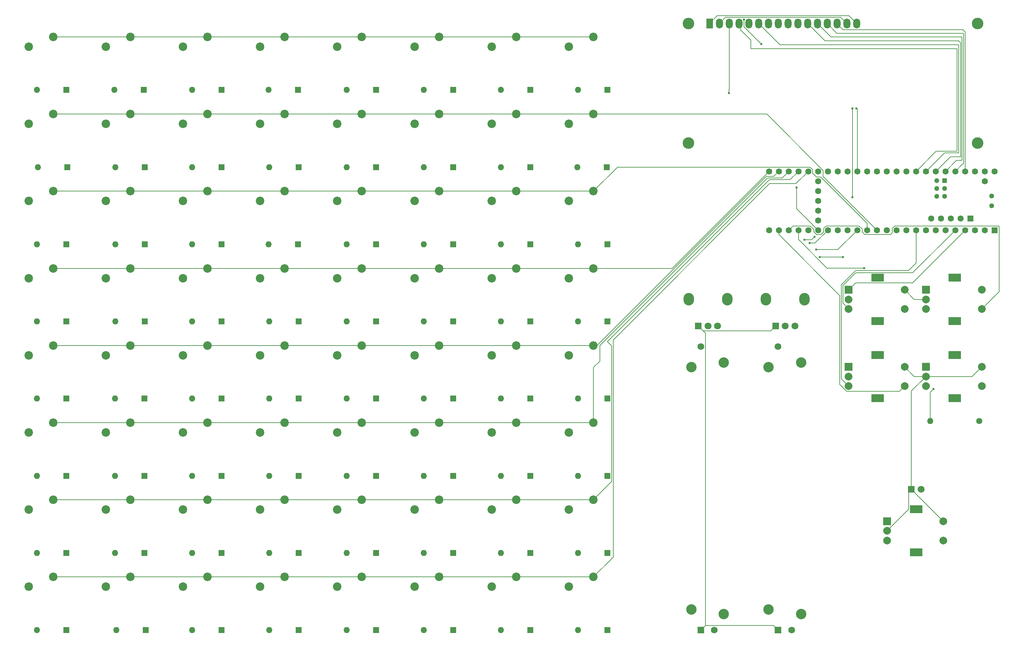
<source format=gbr>
%TF.GenerationSoftware,KiCad,Pcbnew,8.0.4*%
%TF.CreationDate,2024-12-04T19:54:40+09:00*%
%TF.ProjectId,gradmc,67726164-6d63-42e6-9b69-6361645f7063,rev?*%
%TF.SameCoordinates,Original*%
%TF.FileFunction,Copper,L1,Top*%
%TF.FilePolarity,Positive*%
%FSLAX46Y46*%
G04 Gerber Fmt 4.6, Leading zero omitted, Abs format (unit mm)*
G04 Created by KiCad (PCBNEW 8.0.4) date 2024-12-04 19:54:40*
%MOMM*%
%LPD*%
G01*
G04 APERTURE LIST*
%TA.AperFunction,ComponentPad*%
%ADD10C,2.200000*%
%TD*%
%TA.AperFunction,ComponentPad*%
%ADD11R,1.750000X1.750000*%
%TD*%
%TA.AperFunction,ComponentPad*%
%ADD12C,1.750000*%
%TD*%
%TA.AperFunction,ComponentPad*%
%ADD13C,2.700000*%
%TD*%
%TA.AperFunction,ComponentPad*%
%ADD14O,2.720000X3.240000*%
%TD*%
%TA.AperFunction,ComponentPad*%
%ADD15R,1.800000X1.800000*%
%TD*%
%TA.AperFunction,ComponentPad*%
%ADD16C,1.800000*%
%TD*%
%TA.AperFunction,ComponentPad*%
%ADD17R,2.000000X2.000000*%
%TD*%
%TA.AperFunction,ComponentPad*%
%ADD18C,2.000000*%
%TD*%
%TA.AperFunction,ComponentPad*%
%ADD19R,3.200000X2.000000*%
%TD*%
%TA.AperFunction,ComponentPad*%
%ADD20C,3.000000*%
%TD*%
%TA.AperFunction,ComponentPad*%
%ADD21R,1.800000X2.600000*%
%TD*%
%TA.AperFunction,ComponentPad*%
%ADD22O,1.800000X2.600000*%
%TD*%
%TA.AperFunction,ComponentPad*%
%ADD23R,1.600000X1.600000*%
%TD*%
%TA.AperFunction,ComponentPad*%
%ADD24O,1.600000X1.600000*%
%TD*%
%TA.AperFunction,ComponentPad*%
%ADD25C,1.600000*%
%TD*%
%TA.AperFunction,ComponentPad*%
%ADD26R,1.300000X1.300000*%
%TD*%
%TA.AperFunction,ComponentPad*%
%ADD27C,1.300000*%
%TD*%
%TA.AperFunction,ViaPad*%
%ADD28C,0.600000*%
%TD*%
%TA.AperFunction,Conductor*%
%ADD29C,0.200000*%
%TD*%
G04 APERTURE END LIST*
D10*
%TO.P,U11,1,1*%
%TO.N,/ROW2*%
X85350000Y-96960000D03*
%TO.P,U11,2,2*%
%TO.N,Net-(D11-A)*%
X79000000Y-99500000D03*
%TD*%
%TO.P,U57,1,1*%
%TO.N,/ROW0*%
X205350000Y-56960000D03*
%TO.P,U57,2,2*%
%TO.N,Net-(D57-A)*%
X199000000Y-59500000D03*
%TD*%
%TO.P,U58,1,1*%
%TO.N,/ROW1*%
X205350000Y-76960000D03*
%TO.P,U58,2,2*%
%TO.N,Net-(D58-A)*%
X199000000Y-79500000D03*
%TD*%
%TO.P,U62,1,1*%
%TO.N,/ROW5*%
X205350000Y-156960000D03*
%TO.P,U62,2,2*%
%TO.N,Net-(D62-A)*%
X199000000Y-159500000D03*
%TD*%
%TO.P,U50,1,1*%
%TO.N,/ROW1*%
X185350000Y-76960000D03*
%TO.P,U50,2,2*%
%TO.N,Net-(D50-A)*%
X179000000Y-79500000D03*
%TD*%
%TO.P,U25,1,1*%
%TO.N,/ROW0*%
X125350000Y-56960000D03*
%TO.P,U25,2,2*%
%TO.N,Net-(D25-A)*%
X119000000Y-59500000D03*
%TD*%
%TO.P,U18,1,1*%
%TO.N,/ROW1*%
X105350000Y-76960000D03*
%TO.P,U18,2,2*%
%TO.N,Net-(D18-A)*%
X99000000Y-79500000D03*
%TD*%
%TO.P,U23,1,1*%
%TO.N,/ROW6*%
X105350000Y-176960000D03*
%TO.P,U23,2,2*%
%TO.N,Net-(D23-A)*%
X99000000Y-179500000D03*
%TD*%
%TO.P,U53,1,1*%
%TO.N,/ROW4*%
X185350000Y-136960000D03*
%TO.P,U53,2,2*%
%TO.N,Net-(D53-A)*%
X179000000Y-139500000D03*
%TD*%
%TO.P,U63,1,1*%
%TO.N,/ROW6*%
X205350000Y-176960000D03*
%TO.P,U63,2,2*%
%TO.N,Net-(D63-A)*%
X199000000Y-179500000D03*
%TD*%
%TO.P,U55,1,1*%
%TO.N,/ROW6*%
X185350000Y-176960000D03*
%TO.P,U55,2,2*%
%TO.N,Net-(D55-A)*%
X179000000Y-179500000D03*
%TD*%
%TO.P,U19,1,1*%
%TO.N,/ROW2*%
X105350000Y-96960000D03*
%TO.P,U19,2,2*%
%TO.N,Net-(D19-A)*%
X99000000Y-99500000D03*
%TD*%
%TO.P,U48,1,1*%
%TO.N,/ROW7*%
X165350000Y-196960000D03*
%TO.P,U48,2,2*%
%TO.N,Net-(D48-A)*%
X159000000Y-199500000D03*
%TD*%
%TO.P,U9,1,1*%
%TO.N,/ROW0*%
X85350000Y-56960000D03*
%TO.P,U9,2,2*%
%TO.N,Net-(D9-A)*%
X79000000Y-59500000D03*
%TD*%
%TO.P,U64,1,1*%
%TO.N,/ROW7*%
X205350000Y-196960000D03*
%TO.P,U64,2,2*%
%TO.N,Net-(D64-A)*%
X199000000Y-199500000D03*
%TD*%
%TO.P,U31,1,1*%
%TO.N,/ROW6*%
X125350000Y-176960000D03*
%TO.P,U31,2,2*%
%TO.N,Net-(D31-A)*%
X119000000Y-179500000D03*
%TD*%
%TO.P,U28,1,1*%
%TO.N,/ROW3*%
X125350000Y-116960000D03*
%TO.P,U28,2,2*%
%TO.N,Net-(D28-A)*%
X119000000Y-119500000D03*
%TD*%
D11*
%TO.P,RV1,1,1*%
%TO.N,VCC*%
X233200000Y-210750000D03*
D12*
%TO.P,RV1,2,2*%
%TO.N,/RV1*%
X236700000Y-210750000D03*
%TO.P,RV1,3,3*%
%TO.N,GND*%
X233200000Y-137250000D03*
D13*
%TO.P,RV1,MP*%
%TO.N,N/C*%
X239150000Y-206600000D03*
X230750000Y-205400000D03*
X230750000Y-142600000D03*
X239150000Y-141400000D03*
%TD*%
D14*
%TO.P,RV4,*%
%TO.N,*%
X250040000Y-124925000D03*
X260040000Y-124925000D03*
D15*
%TO.P,RV4,1,1*%
%TO.N,VCC*%
X252540000Y-131925000D03*
D16*
%TO.P,RV4,2,2*%
%TO.N,/RV4*%
X255040000Y-131925000D03*
%TO.P,RV4,3,3*%
%TO.N,GND*%
X257540000Y-131925000D03*
%TD*%
D10*
%TO.P,U61,1,1*%
%TO.N,/ROW4*%
X205350000Y-136960000D03*
%TO.P,U61,2,2*%
%TO.N,Net-(D61-A)*%
X199000000Y-139500000D03*
%TD*%
%TO.P,U22,1,1*%
%TO.N,/ROW5*%
X105350000Y-156960000D03*
%TO.P,U22,2,2*%
%TO.N,Net-(D22-A)*%
X99000000Y-159500000D03*
%TD*%
D17*
%TO.P,SW5,A,A*%
%TO.N,/RE51*%
X291500000Y-142500000D03*
D18*
%TO.P,SW5,B,B*%
%TO.N,/RE52*%
X291500000Y-147500000D03*
%TO.P,SW5,C,C*%
%TO.N,GND*%
X291500000Y-145000000D03*
D19*
%TO.P,SW5,MP*%
%TO.N,N/C*%
X299000000Y-139400000D03*
X299000000Y-150600000D03*
D18*
%TO.P,SW5,S1,S1*%
%TO.N,/RESW5*%
X306000000Y-147500000D03*
%TO.P,SW5,S2,S2*%
%TO.N,GND*%
X306000000Y-142500000D03*
%TD*%
D10*
%TO.P,U15,1,1*%
%TO.N,/ROW6*%
X85350000Y-176960000D03*
%TO.P,U15,2,2*%
%TO.N,Net-(D15-A)*%
X79000000Y-179500000D03*
%TD*%
%TO.P,U16,1,1*%
%TO.N,/ROW7*%
X85350000Y-196960000D03*
%TO.P,U16,2,2*%
%TO.N,Net-(D16-A)*%
X79000000Y-199500000D03*
%TD*%
D11*
%TO.P,RV2,1,1*%
%TO.N,VCC*%
X253200000Y-210750000D03*
D12*
%TO.P,RV2,2,2*%
%TO.N,/RV2*%
X256700000Y-210750000D03*
%TO.P,RV2,3,3*%
%TO.N,GND*%
X253200000Y-137250000D03*
D13*
%TO.P,RV2,MP*%
%TO.N,N/C*%
X259150000Y-206600000D03*
X250750000Y-205400000D03*
X250750000Y-142600000D03*
X259150000Y-141400000D03*
%TD*%
D10*
%TO.P,U29,1,1*%
%TO.N,/ROW4*%
X125350000Y-136960000D03*
%TO.P,U29,2,2*%
%TO.N,Net-(D29-A)*%
X119000000Y-139500000D03*
%TD*%
D17*
%TO.P,SW2,A,A*%
%TO.N,/RE21*%
X271500000Y-122500000D03*
D18*
%TO.P,SW2,B,B*%
%TO.N,/RE22*%
X271500000Y-127500000D03*
%TO.P,SW2,C,C*%
%TO.N,GND*%
X271500000Y-125000000D03*
D19*
%TO.P,SW2,MP*%
%TO.N,N/C*%
X279000000Y-119400000D03*
X279000000Y-130600000D03*
D18*
%TO.P,SW2,S1,S1*%
%TO.N,/RESW2*%
X286000000Y-127500000D03*
%TO.P,SW2,S2,S2*%
%TO.N,GND*%
X286000000Y-122500000D03*
%TD*%
D10*
%TO.P,U52,1,1*%
%TO.N,/ROW3*%
X185350000Y-116960000D03*
%TO.P,U52,2,2*%
%TO.N,Net-(D52-A)*%
X179000000Y-119500000D03*
%TD*%
%TO.P,U10,1,1*%
%TO.N,/ROW1*%
X85350000Y-76960000D03*
%TO.P,U10,2,2*%
%TO.N,Net-(D10-A)*%
X79000000Y-79500000D03*
%TD*%
%TO.P,U44,1,1*%
%TO.N,/ROW3*%
X165350000Y-116960000D03*
%TO.P,U44,2,2*%
%TO.N,Net-(D44-A)*%
X159000000Y-119500000D03*
%TD*%
%TO.P,U30,1,1*%
%TO.N,/ROW5*%
X125350000Y-156960000D03*
%TO.P,U30,2,2*%
%TO.N,Net-(D30-A)*%
X119000000Y-159500000D03*
%TD*%
%TO.P,U7,1,1*%
%TO.N,/ROW6*%
X65350000Y-176960000D03*
%TO.P,U7,2,2*%
%TO.N,Net-(D7-A)*%
X59000000Y-179500000D03*
%TD*%
%TO.P,U6,1,1*%
%TO.N,/ROW5*%
X65350000Y-156960000D03*
%TO.P,U6,2,2*%
%TO.N,Net-(D6-A)*%
X59000000Y-159500000D03*
%TD*%
%TO.P,U54,1,1*%
%TO.N,/ROW5*%
X185350000Y-156960000D03*
%TO.P,U54,2,2*%
%TO.N,Net-(D54-A)*%
X179000000Y-159500000D03*
%TD*%
%TO.P,U13,1,1*%
%TO.N,/ROW4*%
X85350000Y-136960000D03*
%TO.P,U13,2,2*%
%TO.N,Net-(D13-A)*%
X79000000Y-139500000D03*
%TD*%
%TO.P,U59,1,1*%
%TO.N,/ROW2*%
X205350000Y-96960000D03*
%TO.P,U59,2,2*%
%TO.N,Net-(D59-A)*%
X199000000Y-99500000D03*
%TD*%
%TO.P,U34,1,1*%
%TO.N,/ROW1*%
X145350000Y-76960000D03*
%TO.P,U34,2,2*%
%TO.N,Net-(D34-A)*%
X139000000Y-79500000D03*
%TD*%
%TO.P,U14,1,1*%
%TO.N,/ROW5*%
X85350000Y-156960000D03*
%TO.P,U14,2,2*%
%TO.N,Net-(D14-A)*%
X79000000Y-159500000D03*
%TD*%
%TO.P,U3,1,1*%
%TO.N,/ROW2*%
X65350000Y-96960000D03*
%TO.P,U3,2,2*%
%TO.N,Net-(D3-A)*%
X59000000Y-99500000D03*
%TD*%
%TO.P,U47,1,1*%
%TO.N,/ROW6*%
X165350000Y-176960000D03*
%TO.P,U47,2,2*%
%TO.N,Net-(D47-A)*%
X159000000Y-179500000D03*
%TD*%
%TO.P,U43,1,1*%
%TO.N,/ROW2*%
X165350000Y-96960000D03*
%TO.P,U43,2,2*%
%TO.N,Net-(D43-A)*%
X159000000Y-99500000D03*
%TD*%
%TO.P,U5,1,1*%
%TO.N,/ROW4*%
X65350000Y-136960000D03*
%TO.P,U5,2,2*%
%TO.N,Net-(D5-A)*%
X59000000Y-139500000D03*
%TD*%
%TO.P,U27,1,1*%
%TO.N,/ROW2*%
X125350000Y-96960000D03*
%TO.P,U27,2,2*%
%TO.N,Net-(D27-A)*%
X119000000Y-99500000D03*
%TD*%
D17*
%TO.P,SW4,A,A*%
%TO.N,/RE41*%
X271500000Y-142500000D03*
D18*
%TO.P,SW4,B,B*%
%TO.N,/RE42*%
X271500000Y-147500000D03*
%TO.P,SW4,C,C*%
%TO.N,GND*%
X271500000Y-145000000D03*
D19*
%TO.P,SW4,MP*%
%TO.N,N/C*%
X279000000Y-139400000D03*
X279000000Y-150600000D03*
D18*
%TO.P,SW4,S1,S1*%
%TO.N,/RESW4*%
X286000000Y-147500000D03*
%TO.P,SW4,S2,S2*%
%TO.N,GND*%
X286000000Y-142500000D03*
%TD*%
D10*
%TO.P,U8,1,1*%
%TO.N,/ROW7*%
X65350000Y-196960000D03*
%TO.P,U8,2,2*%
%TO.N,Net-(D8-A)*%
X59000000Y-199500000D03*
%TD*%
D14*
%TO.P,RV3,*%
%TO.N,*%
X230050000Y-124925000D03*
X240050000Y-124925000D03*
D15*
%TO.P,RV3,1,1*%
%TO.N,VCC*%
X232550000Y-131925000D03*
D16*
%TO.P,RV3,2,2*%
%TO.N,/RV3*%
X235050000Y-131925000D03*
%TO.P,RV3,3,3*%
%TO.N,GND*%
X237550000Y-131925000D03*
%TD*%
D10*
%TO.P,U46,1,1*%
%TO.N,/ROW5*%
X165350000Y-156960000D03*
%TO.P,U46,2,2*%
%TO.N,Net-(D46-A)*%
X159000000Y-159500000D03*
%TD*%
%TO.P,U21,1,1*%
%TO.N,/ROW4*%
X105350000Y-136960000D03*
%TO.P,U21,2,2*%
%TO.N,Net-(D21-A)*%
X99000000Y-139500000D03*
%TD*%
%TO.P,U12,1,1*%
%TO.N,/ROW3*%
X85350000Y-116960000D03*
%TO.P,U12,2,2*%
%TO.N,Net-(D12-A)*%
X79000000Y-119500000D03*
%TD*%
%TO.P,U51,1,1*%
%TO.N,/ROW2*%
X185350000Y-96960000D03*
%TO.P,U51,2,2*%
%TO.N,Net-(D51-A)*%
X179000000Y-99500000D03*
%TD*%
%TO.P,U26,1,1*%
%TO.N,/ROW1*%
X125350000Y-76960000D03*
%TO.P,U26,2,2*%
%TO.N,Net-(D26-A)*%
X119000000Y-79500000D03*
%TD*%
%TO.P,U45,1,1*%
%TO.N,/ROW4*%
X165350000Y-136960000D03*
%TO.P,U45,2,2*%
%TO.N,Net-(D45-A)*%
X159000000Y-139500000D03*
%TD*%
%TO.P,U17,1,1*%
%TO.N,/ROW0*%
X105350000Y-56960000D03*
%TO.P,U17,2,2*%
%TO.N,Net-(D17-A)*%
X99000000Y-59500000D03*
%TD*%
%TO.P,U42,1,1*%
%TO.N,/ROW1*%
X165350000Y-76960000D03*
%TO.P,U42,2,2*%
%TO.N,Net-(D42-A)*%
X159000000Y-79500000D03*
%TD*%
%TO.P,U49,1,1*%
%TO.N,/ROW0*%
X185350000Y-56960000D03*
%TO.P,U49,2,2*%
%TO.N,Net-(D49-A)*%
X179000000Y-59500000D03*
%TD*%
%TO.P,U33,1,1*%
%TO.N,/ROW0*%
X145350000Y-56960000D03*
%TO.P,U33,2,2*%
%TO.N,Net-(D33-A)*%
X139000000Y-59500000D03*
%TD*%
%TO.P,U4,1,1*%
%TO.N,/ROW3*%
X65350000Y-116960000D03*
%TO.P,U4,2,2*%
%TO.N,Net-(D4-A)*%
X59000000Y-119500000D03*
%TD*%
D15*
%TO.P,D65,1,K*%
%TO.N,GND*%
X287725000Y-174250000D03*
D16*
%TO.P,D65,2,A*%
%TO.N,Net-(D65-A)*%
X290265000Y-174250000D03*
%TD*%
D10*
%TO.P,U39,1,1*%
%TO.N,/ROW6*%
X145350000Y-176960000D03*
%TO.P,U39,2,2*%
%TO.N,Net-(D39-A)*%
X139000000Y-179500000D03*
%TD*%
%TO.P,U1,1,1*%
%TO.N,/ROW0*%
X65350000Y-56960000D03*
%TO.P,U1,2,2*%
%TO.N,Net-(D1-A)*%
X59000000Y-59500000D03*
%TD*%
D17*
%TO.P,SW3,A,A*%
%TO.N,/RE31*%
X291500000Y-122500000D03*
D18*
%TO.P,SW3,B,B*%
%TO.N,/RE32*%
X291500000Y-127500000D03*
%TO.P,SW3,C,C*%
%TO.N,GND*%
X291500000Y-125000000D03*
D19*
%TO.P,SW3,MP*%
%TO.N,N/C*%
X299000000Y-119400000D03*
X299000000Y-130600000D03*
D18*
%TO.P,SW3,S1,S1*%
%TO.N,/RESW3*%
X306000000Y-127500000D03*
%TO.P,SW3,S2,S2*%
%TO.N,GND*%
X306000000Y-122500000D03*
%TD*%
D10*
%TO.P,U56,1,1*%
%TO.N,/ROW7*%
X185350000Y-196960000D03*
%TO.P,U56,2,2*%
%TO.N,Net-(D56-A)*%
X179000000Y-199500000D03*
%TD*%
%TO.P,U2,1,1*%
%TO.N,/ROW1*%
X65350000Y-76960000D03*
%TO.P,U2,2,2*%
%TO.N,Net-(D2-A)*%
X59000000Y-79500000D03*
%TD*%
D20*
%TO.P,DS1,*%
%TO.N,*%
X229940900Y-53500000D03*
X229940900Y-84500700D03*
X304939480Y-84500700D03*
X304940000Y-53500000D03*
D21*
%TO.P,DS1,1,VSS*%
%TO.N,GND*%
X235440000Y-53500000D03*
D22*
%TO.P,DS1,2,VDD*%
%TO.N,VCC*%
X237980000Y-53500000D03*
%TO.P,DS1,3,VO*%
%TO.N,/RV4*%
X240520000Y-53500000D03*
%TO.P,DS1,4,RS*%
%TO.N,/LCD4*%
X243060000Y-53500000D03*
%TO.P,DS1,5,R/W*%
%TO.N,GND*%
X245600000Y-53500000D03*
%TO.P,DS1,6,E*%
%TO.N,/LCD6*%
X248140000Y-53500000D03*
%TO.P,DS1,7,D0*%
%TO.N,unconnected-(DS1-D0-Pad7)*%
X250680000Y-53500000D03*
%TO.P,DS1,8,D1*%
%TO.N,unconnected-(DS1-D1-Pad8)*%
X253220000Y-53500000D03*
%TO.P,DS1,9,D2*%
%TO.N,unconnected-(DS1-D2-Pad9)*%
X255760000Y-53500000D03*
%TO.P,DS1,10,D3*%
%TO.N,unconnected-(DS1-D3-Pad10)*%
X258300000Y-53500000D03*
%TO.P,DS1,11,D4*%
%TO.N,/LCD11*%
X260840000Y-53500000D03*
%TO.P,DS1,12,D5*%
%TO.N,/LCD12*%
X263380000Y-53500000D03*
%TO.P,DS1,13,D6*%
%TO.N,/LCD13*%
X265920000Y-53500000D03*
%TO.P,DS1,14,D7*%
%TO.N,/LCD14*%
X268460000Y-53500000D03*
%TO.P,DS1,15,LED(+)*%
%TO.N,VCC*%
X271000000Y-53500000D03*
%TO.P,DS1,16,LED(-)*%
%TO.N,GND*%
X273540000Y-53500000D03*
%TD*%
D10*
%TO.P,U24,1,1*%
%TO.N,/ROW7*%
X105350000Y-196960000D03*
%TO.P,U24,2,2*%
%TO.N,Net-(D24-A)*%
X99000000Y-199500000D03*
%TD*%
%TO.P,U20,1,1*%
%TO.N,/ROW3*%
X105350000Y-116960000D03*
%TO.P,U20,2,2*%
%TO.N,Net-(D20-A)*%
X99000000Y-119500000D03*
%TD*%
%TO.P,U35,1,1*%
%TO.N,/ROW2*%
X145350000Y-96960000D03*
%TO.P,U35,2,2*%
%TO.N,Net-(D35-A)*%
X139000000Y-99500000D03*
%TD*%
%TO.P,U40,1,1*%
%TO.N,/ROW7*%
X145350000Y-196960000D03*
%TO.P,U40,2,2*%
%TO.N,Net-(D40-A)*%
X139000000Y-199500000D03*
%TD*%
%TO.P,U60,1,1*%
%TO.N,/ROW3*%
X205350000Y-116960000D03*
%TO.P,U60,2,2*%
%TO.N,Net-(D60-A)*%
X199000000Y-119500000D03*
%TD*%
%TO.P,U36,1,1*%
%TO.N,/ROW3*%
X145350000Y-116960000D03*
%TO.P,U36,2,2*%
%TO.N,Net-(D36-A)*%
X139000000Y-119500000D03*
%TD*%
%TO.P,U37,1,1*%
%TO.N,/ROW4*%
X145350000Y-136960000D03*
%TO.P,U37,2,2*%
%TO.N,Net-(D37-A)*%
X139000000Y-139500000D03*
%TD*%
%TO.P,U38,1,1*%
%TO.N,/ROW5*%
X145350000Y-156960000D03*
%TO.P,U38,2,2*%
%TO.N,Net-(D38-A)*%
X139000000Y-159500000D03*
%TD*%
%TO.P,U32,1,1*%
%TO.N,/ROW7*%
X125350000Y-196960000D03*
%TO.P,U32,2,2*%
%TO.N,Net-(D32-A)*%
X119000000Y-199500000D03*
%TD*%
D17*
%TO.P,SW1,A,A*%
%TO.N,/RE11*%
X281475000Y-182500000D03*
D18*
%TO.P,SW1,B,B*%
%TO.N,/RE12*%
X281475000Y-187500000D03*
%TO.P,SW1,C,C*%
%TO.N,GND*%
X281475000Y-185000000D03*
D19*
%TO.P,SW1,MP*%
%TO.N,N/C*%
X288975000Y-179400000D03*
X288975000Y-190600000D03*
D18*
%TO.P,SW1,S1,S1*%
%TO.N,/RESW1*%
X295975000Y-187500000D03*
%TO.P,SW1,S2,S2*%
%TO.N,GND*%
X295975000Y-182500000D03*
%TD*%
D10*
%TO.P,U41,1,1*%
%TO.N,/ROW0*%
X165350000Y-56960000D03*
%TO.P,U41,2,2*%
%TO.N,Net-(D41-A)*%
X159000000Y-59500000D03*
%TD*%
D23*
%TO.P,D62,1,K*%
%TO.N,/COL7*%
X209000000Y-170720000D03*
D24*
%TO.P,D62,2,A*%
%TO.N,Net-(D62-A)*%
X201380000Y-170720000D03*
%TD*%
D23*
%TO.P,D60,1,K*%
%TO.N,/COL7*%
X209000000Y-130720000D03*
D24*
%TO.P,D60,2,A*%
%TO.N,Net-(D60-A)*%
X201380000Y-130720000D03*
%TD*%
D23*
%TO.P,D35,1,K*%
%TO.N,/COL4*%
X149000000Y-110720000D03*
D24*
%TO.P,D35,2,A*%
%TO.N,Net-(D35-A)*%
X141380000Y-110720000D03*
%TD*%
D23*
%TO.P,D11,1,K*%
%TO.N,/COL1*%
X89120000Y-110720000D03*
D24*
%TO.P,D11,2,A*%
%TO.N,Net-(D11-A)*%
X81500000Y-110720000D03*
%TD*%
D23*
%TO.P,D26,1,K*%
%TO.N,/COL3*%
X129000000Y-90720000D03*
D24*
%TO.P,D26,2,A*%
%TO.N,Net-(D26-A)*%
X121380000Y-90720000D03*
%TD*%
D23*
%TO.P,D33,1,K*%
%TO.N,/COL4*%
X149000000Y-70720000D03*
D24*
%TO.P,D33,2,A*%
%TO.N,Net-(D33-A)*%
X141380000Y-70720000D03*
%TD*%
D23*
%TO.P,D23,1,K*%
%TO.N,/COL2*%
X109000000Y-190720000D03*
D24*
%TO.P,D23,2,A*%
%TO.N,Net-(D23-A)*%
X101380000Y-190720000D03*
%TD*%
D25*
%TO.P,R1,1*%
%TO.N,Net-(D65-A)*%
X305350000Y-156500000D03*
D24*
%TO.P,R1,2*%
%TO.N,/LED*%
X292650000Y-156500000D03*
%TD*%
D23*
%TO.P,D6,1,K*%
%TO.N,/COL0*%
X68810000Y-170720000D03*
D24*
%TO.P,D6,2,A*%
%TO.N,Net-(D6-A)*%
X61190000Y-170720000D03*
%TD*%
D23*
%TO.P,D50,1,K*%
%TO.N,/COL6*%
X189000000Y-90720000D03*
D24*
%TO.P,D50,2,A*%
%TO.N,Net-(D50-A)*%
X181380000Y-90720000D03*
%TD*%
D23*
%TO.P,D27,1,K*%
%TO.N,/COL3*%
X128810000Y-110720000D03*
D24*
%TO.P,D27,2,A*%
%TO.N,Net-(D27-A)*%
X121190000Y-110720000D03*
%TD*%
D23*
%TO.P,D47,1,K*%
%TO.N,/COL5*%
X169000000Y-190720000D03*
D24*
%TO.P,D47,2,A*%
%TO.N,Net-(D47-A)*%
X161380000Y-190720000D03*
%TD*%
D23*
%TO.P,D24,1,K*%
%TO.N,/COL2*%
X109000000Y-210720000D03*
D24*
%TO.P,D24,2,A*%
%TO.N,Net-(D24-A)*%
X101380000Y-210720000D03*
%TD*%
D23*
%TO.P,U65,1,GND*%
%TO.N,GND*%
X309299200Y-107050800D03*
D25*
%TO.P,U65,2,0_RX1_CRX2_CS1*%
%TO.N,/RE11*%
X306759200Y-107050800D03*
%TO.P,U65,3,1_TX1_CTX2_MISO1*%
%TO.N,/RE12*%
X304219200Y-107050800D03*
%TO.P,U65,4,2_OUT2*%
%TO.N,/RE21*%
X301679200Y-107050800D03*
%TO.P,U65,5,3_LRCLK2*%
%TO.N,/RE22*%
X299139200Y-107050800D03*
%TO.P,U65,6,4_BCLK2*%
%TO.N,/RE31*%
X296599200Y-107050800D03*
%TO.P,U65,7,5_IN2*%
%TO.N,/RE32*%
X294059200Y-107050800D03*
%TO.P,U65,8,6_OUT1D*%
%TO.N,/RE41*%
X291519200Y-107050800D03*
%TO.P,U65,9,7_RX2_OUT1A*%
%TO.N,/RE42*%
X288979200Y-107050800D03*
%TO.P,U65,10,8_TX2_IN1*%
%TO.N,/RE51*%
X286439200Y-107050800D03*
%TO.P,U65,11,9_OUT1C*%
%TO.N,/RE52*%
X283899200Y-107050800D03*
%TO.P,U65,12,10_CS_MQSR*%
%TO.N,/ROW0*%
X281359200Y-107050800D03*
%TO.P,U65,13,11_MOSI_CTX1*%
%TO.N,/ROW1*%
X278819200Y-107050800D03*
%TO.P,U65,14,12_MISO_MQSL*%
%TO.N,/ROW2*%
X276279200Y-107050800D03*
%TO.P,U65,15,3V3*%
%TO.N,VCC*%
X273739200Y-107050800D03*
%TO.P,U65,16,24_A10_TX6_SCL2*%
%TO.N,/RV1*%
X271199200Y-107050800D03*
%TO.P,U65,17,25_A11_RX6_SDA2*%
%TO.N,/RV2*%
X268659200Y-107050800D03*
%TO.P,U65,18,26_A12_MOSI1*%
%TO.N,/RV3*%
X266119200Y-107050800D03*
%TO.P,U65,19,27_A13_SCK1*%
%TO.N,/RV4*%
X263579200Y-107050800D03*
%TO.P,U65,20,28_RX7*%
%TO.N,/RESW1*%
X261039200Y-107050800D03*
%TO.P,U65,21,29_TX7*%
%TO.N,/RESW2*%
X258499200Y-107050800D03*
%TO.P,U65,22,30_CRX3*%
%TO.N,/RESW3*%
X255959200Y-107050800D03*
%TO.P,U65,23,31_CTX3*%
%TO.N,/RESW4*%
X253419200Y-107050800D03*
%TO.P,U65,24,32_OUT1B*%
%TO.N,/RESW5*%
X250879200Y-107050800D03*
%TO.P,U65,25,33_MCLK2*%
%TO.N,/ROW3*%
X250879200Y-91810800D03*
%TO.P,U65,26,34_RX8*%
%TO.N,/ROW4*%
X253419200Y-91810800D03*
%TO.P,U65,27,35_TX8*%
%TO.N,/ROW5*%
X255959200Y-91810800D03*
%TO.P,U65,28,36_CS*%
%TO.N,/ROW6*%
X258499200Y-91810800D03*
%TO.P,U65,29,37_CS*%
%TO.N,/ROW7*%
X261039200Y-91810800D03*
%TO.P,U65,30,38_CS1_IN1*%
%TO.N,/COL7*%
X263579200Y-91810800D03*
%TO.P,U65,31,39_MISO1_OUT1A*%
%TO.N,/COL6*%
X266119200Y-91810800D03*
%TO.P,U65,32,40_A16*%
%TO.N,/COL5*%
X268659200Y-91810800D03*
%TO.P,U65,33,41_A17*%
%TO.N,/COL4*%
X271199200Y-91810800D03*
%TO.P,U65,34,GND*%
%TO.N,GND*%
X273739200Y-91810800D03*
%TO.P,U65,35,13_SCK_LED*%
%TO.N,/LED*%
X276279200Y-91810800D03*
%TO.P,U65,36,14_A0_TX3_SPDIF_OUT*%
%TO.N,/COL3*%
X278819200Y-91810800D03*
%TO.P,U65,37,15_A1_RX3_SPDIF_IN*%
%TO.N,/COL2*%
X281359200Y-91810800D03*
%TO.P,U65,38,16_A2_RX4_SCL1*%
%TO.N,/COL1*%
X283899200Y-91810800D03*
%TO.P,U65,39,17_A3_TX4_SDA1*%
%TO.N,/COL0*%
X286439200Y-91810800D03*
%TO.P,U65,40,18_A4_SDA*%
%TO.N,/LCD4*%
X288979200Y-91810800D03*
%TO.P,U65,41,19_A5_SCL*%
%TO.N,/LCD6*%
X291519200Y-91810800D03*
%TO.P,U65,42,20_A6_TX5_LRCLK1*%
%TO.N,/LCD11*%
X294059200Y-91810800D03*
%TO.P,U65,43,21_A7_RX5_BCLK1*%
%TO.N,/LCD12*%
X296599200Y-91810800D03*
%TO.P,U65,44,22_A8_CTX1*%
%TO.N,/LCD13*%
X299139200Y-91810800D03*
%TO.P,U65,45,23_A9_CRX1_MCLK1*%
%TO.N,/LCD14*%
X301679200Y-91810800D03*
%TO.P,U65,46,3V3*%
%TO.N,unconnected-(U65-3V3-Pad46)*%
X304219200Y-91810800D03*
%TO.P,U65,47,GND*%
%TO.N,unconnected-(U65-GND-Pad47)*%
X306759200Y-91810800D03*
%TO.P,U65,48,VIN*%
%TO.N,unconnected-(U65-VIN-Pad48)*%
X309299200Y-91810800D03*
%TO.P,U65,49,VUSB*%
%TO.N,unconnected-(U65-VUSB-Pad49)*%
X306759200Y-94350800D03*
%TO.P,U65,50,VBAT*%
%TO.N,unconnected-(U65-VBAT-Pad50)*%
X263579200Y-104510800D03*
%TO.P,U65,51,3V3*%
%TO.N,unconnected-(U65-3V3-Pad51)*%
X263579200Y-101970800D03*
%TO.P,U65,52,GND*%
%TO.N,unconnected-(U65-GND-Pad52)*%
X263579200Y-99430800D03*
%TO.P,U65,53,PROGRAM*%
%TO.N,unconnected-(U65-PROGRAM-Pad53)*%
X263579200Y-96890800D03*
%TO.P,U65,54,ON_OFF*%
%TO.N,unconnected-(U65-ON_OFF-Pad54)*%
X263579200Y-94350800D03*
D23*
%TO.P,U65,55,5V*%
%TO.N,unconnected-(U65-5V-Pad55)*%
X303000000Y-104000000D03*
D25*
%TO.P,U65,56,D-*%
%TO.N,unconnected-(U65-D--Pad56)*%
X300460000Y-104000000D03*
%TO.P,U65,57,D+*%
%TO.N,unconnected-(U65-D+-Pad57)*%
X297920000Y-104000000D03*
%TO.P,U65,58,GND*%
%TO.N,unconnected-(U65-GND-Pad58)*%
X295380000Y-104000000D03*
%TO.P,U65,59,GND*%
%TO.N,unconnected-(U65-GND-Pad59)*%
X292840000Y-104000000D03*
D26*
%TO.P,U65,60,R+*%
%TO.N,unconnected-(U65-R+-Pad60)*%
X296329200Y-94249200D03*
D27*
%TO.P,U65,61,LED*%
%TO.N,unconnected-(U65-LED-Pad61)*%
X296329200Y-96249200D03*
%TO.P,U65,62,T-*%
%TO.N,unconnected-(U65-T--Pad62)*%
X296329200Y-98249200D03*
%TO.P,U65,63,T+*%
%TO.N,unconnected-(U65-T+-Pad63)*%
X294329200Y-98249200D03*
%TO.P,U65,64,GND*%
%TO.N,unconnected-(U65-GND-Pad64)*%
X294329200Y-96249200D03*
%TO.P,U65,65,R-*%
%TO.N,unconnected-(U65-R--Pad65)*%
X294329200Y-94249200D03*
%TO.P,U65,66,D-*%
%TO.N,unconnected-(U65-D--Pad66)*%
X308569200Y-98160800D03*
%TO.P,U65,67,D+*%
%TO.N,unconnected-(U65-D+-Pad67)*%
X308569200Y-100700800D03*
%TD*%
D23*
%TO.P,D43,1,K*%
%TO.N,/COL5*%
X169000000Y-110720000D03*
D24*
%TO.P,D43,2,A*%
%TO.N,Net-(D43-A)*%
X161380000Y-110720000D03*
%TD*%
D23*
%TO.P,D8,1,K*%
%TO.N,/COL0*%
X68810000Y-210720000D03*
D24*
%TO.P,D8,2,A*%
%TO.N,Net-(D8-A)*%
X61190000Y-210720000D03*
%TD*%
D23*
%TO.P,D40,1,K*%
%TO.N,/COL4*%
X149000000Y-210720000D03*
D24*
%TO.P,D40,2,A*%
%TO.N,Net-(D40-A)*%
X141380000Y-210720000D03*
%TD*%
D23*
%TO.P,D38,1,K*%
%TO.N,/COL4*%
X149000000Y-170720000D03*
D24*
%TO.P,D38,2,A*%
%TO.N,Net-(D38-A)*%
X141380000Y-170720000D03*
%TD*%
D23*
%TO.P,D46,1,K*%
%TO.N,/COL5*%
X169000000Y-170720000D03*
D24*
%TO.P,D46,2,A*%
%TO.N,Net-(D46-A)*%
X161380000Y-170720000D03*
%TD*%
D23*
%TO.P,D34,1,K*%
%TO.N,/COL4*%
X149000000Y-90720000D03*
D24*
%TO.P,D34,2,A*%
%TO.N,Net-(D34-A)*%
X141380000Y-90720000D03*
%TD*%
D23*
%TO.P,D17,1,K*%
%TO.N,/COL2*%
X109000000Y-70720000D03*
D24*
%TO.P,D17,2,A*%
%TO.N,Net-(D17-A)*%
X101380000Y-70720000D03*
%TD*%
D23*
%TO.P,D42,1,K*%
%TO.N,/COL5*%
X169000000Y-90720000D03*
D24*
%TO.P,D42,2,A*%
%TO.N,Net-(D42-A)*%
X161380000Y-90720000D03*
%TD*%
D23*
%TO.P,D28,1,K*%
%TO.N,/COL3*%
X129000000Y-130720000D03*
D24*
%TO.P,D28,2,A*%
%TO.N,Net-(D28-A)*%
X121380000Y-130720000D03*
%TD*%
D23*
%TO.P,D64,1,K*%
%TO.N,/COL7*%
X209000000Y-210720000D03*
D24*
%TO.P,D64,2,A*%
%TO.N,Net-(D64-A)*%
X201380000Y-210720000D03*
%TD*%
D23*
%TO.P,D59,1,K*%
%TO.N,/COL7*%
X209000000Y-110720000D03*
D24*
%TO.P,D59,2,A*%
%TO.N,Net-(D59-A)*%
X201380000Y-110720000D03*
%TD*%
D23*
%TO.P,D25,1,K*%
%TO.N,/COL3*%
X128810000Y-70720000D03*
D24*
%TO.P,D25,2,A*%
%TO.N,Net-(D25-A)*%
X121190000Y-70720000D03*
%TD*%
D23*
%TO.P,D9,1,K*%
%TO.N,/COL1*%
X88810000Y-70720000D03*
D24*
%TO.P,D9,2,A*%
%TO.N,Net-(D9-A)*%
X81190000Y-70720000D03*
%TD*%
D23*
%TO.P,D37,1,K*%
%TO.N,/COL4*%
X149000000Y-150720000D03*
D24*
%TO.P,D37,2,A*%
%TO.N,Net-(D37-A)*%
X141380000Y-150720000D03*
%TD*%
D23*
%TO.P,D18,1,K*%
%TO.N,/COL2*%
X109000000Y-90720000D03*
D24*
%TO.P,D18,2,A*%
%TO.N,Net-(D18-A)*%
X101380000Y-90720000D03*
%TD*%
D23*
%TO.P,D49,1,K*%
%TO.N,/COL6*%
X189000000Y-70720000D03*
D24*
%TO.P,D49,2,A*%
%TO.N,Net-(D49-A)*%
X181380000Y-70720000D03*
%TD*%
D23*
%TO.P,D2,1,K*%
%TO.N,/COL0*%
X69000000Y-90720000D03*
D24*
%TO.P,D2,2,A*%
%TO.N,Net-(D2-A)*%
X61380000Y-90720000D03*
%TD*%
D23*
%TO.P,D13,1,K*%
%TO.N,/COL1*%
X89000000Y-150720000D03*
D24*
%TO.P,D13,2,A*%
%TO.N,Net-(D13-A)*%
X81380000Y-150720000D03*
%TD*%
D23*
%TO.P,D39,1,K*%
%TO.N,/COL4*%
X149000000Y-190720000D03*
D24*
%TO.P,D39,2,A*%
%TO.N,Net-(D39-A)*%
X141380000Y-190720000D03*
%TD*%
D23*
%TO.P,D22,1,K*%
%TO.N,/COL2*%
X109000000Y-170720000D03*
D24*
%TO.P,D22,2,A*%
%TO.N,Net-(D22-A)*%
X101380000Y-170720000D03*
%TD*%
D23*
%TO.P,D52,1,K*%
%TO.N,/COL6*%
X189000000Y-130720000D03*
D24*
%TO.P,D52,2,A*%
%TO.N,Net-(D52-A)*%
X181380000Y-130720000D03*
%TD*%
D23*
%TO.P,D1,1,K*%
%TO.N,/COL0*%
X68810000Y-70720000D03*
D24*
%TO.P,D1,2,A*%
%TO.N,Net-(D1-A)*%
X61190000Y-70720000D03*
%TD*%
D23*
%TO.P,D36,1,K*%
%TO.N,/COL4*%
X149000000Y-130720000D03*
D24*
%TO.P,D36,2,A*%
%TO.N,Net-(D36-A)*%
X141380000Y-130720000D03*
%TD*%
D23*
%TO.P,D53,1,K*%
%TO.N,/COL6*%
X189000000Y-150720000D03*
D24*
%TO.P,D53,2,A*%
%TO.N,Net-(D53-A)*%
X181380000Y-150720000D03*
%TD*%
D23*
%TO.P,D29,1,K*%
%TO.N,/COL3*%
X129000000Y-150720000D03*
D24*
%TO.P,D29,2,A*%
%TO.N,Net-(D29-A)*%
X121380000Y-150720000D03*
%TD*%
D23*
%TO.P,D63,1,K*%
%TO.N,/COL7*%
X209000000Y-190720000D03*
D24*
%TO.P,D63,2,A*%
%TO.N,Net-(D63-A)*%
X201380000Y-190720000D03*
%TD*%
D23*
%TO.P,D48,1,K*%
%TO.N,/COL5*%
X169000000Y-210720000D03*
D24*
%TO.P,D48,2,A*%
%TO.N,Net-(D48-A)*%
X161380000Y-210720000D03*
%TD*%
D23*
%TO.P,D12,1,K*%
%TO.N,/COL1*%
X89120000Y-130720000D03*
D24*
%TO.P,D12,2,A*%
%TO.N,Net-(D12-A)*%
X81500000Y-130720000D03*
%TD*%
D23*
%TO.P,D32,1,K*%
%TO.N,/COL3*%
X129000000Y-210720000D03*
D24*
%TO.P,D32,2,A*%
%TO.N,Net-(D32-A)*%
X121380000Y-210720000D03*
%TD*%
D23*
%TO.P,D15,1,K*%
%TO.N,/COL1*%
X89000000Y-190720000D03*
D24*
%TO.P,D15,2,A*%
%TO.N,Net-(D15-A)*%
X81380000Y-190720000D03*
%TD*%
D23*
%TO.P,D51,1,K*%
%TO.N,/COL6*%
X189000000Y-110720000D03*
D24*
%TO.P,D51,2,A*%
%TO.N,Net-(D51-A)*%
X181380000Y-110720000D03*
%TD*%
D23*
%TO.P,D41,1,K*%
%TO.N,/COL5*%
X169000000Y-70720000D03*
D24*
%TO.P,D41,2,A*%
%TO.N,Net-(D41-A)*%
X161380000Y-70720000D03*
%TD*%
D23*
%TO.P,D45,1,K*%
%TO.N,/COL5*%
X169000000Y-150720000D03*
D24*
%TO.P,D45,2,A*%
%TO.N,Net-(D45-A)*%
X161380000Y-150720000D03*
%TD*%
D23*
%TO.P,D5,1,K*%
%TO.N,/COL0*%
X68810000Y-150720000D03*
D24*
%TO.P,D5,2,A*%
%TO.N,Net-(D5-A)*%
X61190000Y-150720000D03*
%TD*%
D23*
%TO.P,D20,1,K*%
%TO.N,/COL2*%
X109000000Y-130720000D03*
D24*
%TO.P,D20,2,A*%
%TO.N,Net-(D20-A)*%
X101380000Y-130720000D03*
%TD*%
D23*
%TO.P,D55,1,K*%
%TO.N,/COL6*%
X189000000Y-190720000D03*
D24*
%TO.P,D55,2,A*%
%TO.N,Net-(D55-A)*%
X181380000Y-190720000D03*
%TD*%
D23*
%TO.P,D58,1,K*%
%TO.N,/COL7*%
X208810000Y-90720000D03*
D24*
%TO.P,D58,2,A*%
%TO.N,Net-(D58-A)*%
X201190000Y-90720000D03*
%TD*%
D23*
%TO.P,D54,1,K*%
%TO.N,/COL6*%
X189000000Y-170720000D03*
D24*
%TO.P,D54,2,A*%
%TO.N,Net-(D54-A)*%
X181380000Y-170720000D03*
%TD*%
D23*
%TO.P,D16,1,K*%
%TO.N,/COL1*%
X89310000Y-210720000D03*
D24*
%TO.P,D16,2,A*%
%TO.N,Net-(D16-A)*%
X81690000Y-210720000D03*
%TD*%
D23*
%TO.P,D14,1,K*%
%TO.N,/COL1*%
X89000000Y-170720000D03*
D24*
%TO.P,D14,2,A*%
%TO.N,Net-(D14-A)*%
X81380000Y-170720000D03*
%TD*%
D23*
%TO.P,D56,1,K*%
%TO.N,/COL6*%
X189000000Y-210720000D03*
D24*
%TO.P,D56,2,A*%
%TO.N,Net-(D56-A)*%
X181380000Y-210720000D03*
%TD*%
D23*
%TO.P,D61,1,K*%
%TO.N,/COL7*%
X209000000Y-150720000D03*
D24*
%TO.P,D61,2,A*%
%TO.N,Net-(D61-A)*%
X201380000Y-150720000D03*
%TD*%
D23*
%TO.P,D21,1,K*%
%TO.N,/COL2*%
X109000000Y-150720000D03*
D24*
%TO.P,D21,2,A*%
%TO.N,Net-(D21-A)*%
X101380000Y-150720000D03*
%TD*%
D23*
%TO.P,D31,1,K*%
%TO.N,/COL3*%
X129000000Y-190720000D03*
D24*
%TO.P,D31,2,A*%
%TO.N,Net-(D31-A)*%
X121380000Y-190720000D03*
%TD*%
D23*
%TO.P,D30,1,K*%
%TO.N,/COL3*%
X129000000Y-170720000D03*
D24*
%TO.P,D30,2,A*%
%TO.N,Net-(D30-A)*%
X121380000Y-170720000D03*
%TD*%
D23*
%TO.P,D4,1,K*%
%TO.N,/COL0*%
X68810000Y-130720000D03*
D24*
%TO.P,D4,2,A*%
%TO.N,Net-(D4-A)*%
X61190000Y-130720000D03*
%TD*%
D23*
%TO.P,D19,1,K*%
%TO.N,/COL2*%
X109000000Y-110720000D03*
D24*
%TO.P,D19,2,A*%
%TO.N,Net-(D19-A)*%
X101380000Y-110720000D03*
%TD*%
D23*
%TO.P,D10,1,K*%
%TO.N,/COL1*%
X89120000Y-90720000D03*
D24*
%TO.P,D10,2,A*%
%TO.N,Net-(D10-A)*%
X81500000Y-90720000D03*
%TD*%
D23*
%TO.P,D57,1,K*%
%TO.N,/COL7*%
X209000000Y-70720000D03*
D24*
%TO.P,D57,2,A*%
%TO.N,Net-(D57-A)*%
X201380000Y-70720000D03*
%TD*%
D23*
%TO.P,D7,1,K*%
%TO.N,/COL0*%
X68810000Y-190720000D03*
D24*
%TO.P,D7,2,A*%
%TO.N,Net-(D7-A)*%
X61190000Y-190720000D03*
%TD*%
D23*
%TO.P,D44,1,K*%
%TO.N,/COL5*%
X169000000Y-130720000D03*
D24*
%TO.P,D44,2,A*%
%TO.N,Net-(D44-A)*%
X161380000Y-130720000D03*
%TD*%
D23*
%TO.P,D3,1,K*%
%TO.N,/COL0*%
X68810000Y-110720000D03*
D24*
%TO.P,D3,2,A*%
%TO.N,Net-(D3-A)*%
X61190000Y-110720000D03*
%TD*%
D28*
%TO.N,/RV4*%
X240500000Y-71500000D03*
X260050000Y-109550000D03*
X258000000Y-96000000D03*
X262650000Y-108800000D03*
%TO.N,/LED*%
X293500000Y-148200000D03*
%TO.N,VCC*%
X263050000Y-112100000D03*
X272500000Y-98500000D03*
X272500000Y-75500000D03*
%TO.N,GND*%
X273500000Y-75500000D03*
%TO.N,/RV3*%
X261350000Y-110400000D03*
%TO.N,/RESW2*%
X275500000Y-116900000D03*
%TO.N,/RE41*%
X264000000Y-114000000D03*
X270000000Y-114000000D03*
%TO.N,/COL2*%
X244329999Y-52510848D03*
X248850000Y-58850000D03*
%TD*%
D29*
%TO.N,/LCD13*%
X265920000Y-53500000D02*
X268420000Y-56000000D01*
X300950000Y-90000000D02*
X299139200Y-91810800D01*
X301279200Y-89720800D02*
X301000000Y-90000000D01*
X301000000Y-90000000D02*
X300950000Y-90000000D01*
X301279200Y-56000000D02*
X301279200Y-89720800D01*
X268420000Y-56000000D02*
X301279200Y-56000000D01*
%TO.N,/LCD6*%
X248140000Y-53500000D02*
X253640000Y-59000000D01*
X300000000Y-59000000D02*
X300000000Y-87000000D01*
X296330000Y-87000000D02*
X291519200Y-91810800D01*
X300000000Y-87000000D02*
X296330000Y-87000000D01*
X253640000Y-59000000D02*
X300000000Y-59000000D01*
%TO.N,/LCD11*%
X300479200Y-58479200D02*
X300479200Y-88000000D01*
X297870000Y-88000000D02*
X294059200Y-91810800D01*
X260840000Y-53500000D02*
X265340000Y-58000000D01*
X265340000Y-58000000D02*
X300000000Y-58000000D01*
X300479200Y-88000000D02*
X297870000Y-88000000D01*
X300000000Y-58000000D02*
X300479200Y-58479200D01*
%TO.N,/LCD4*%
X299600000Y-60000000D02*
X246150000Y-60000000D01*
X243550000Y-53990000D02*
X243060000Y-53500000D01*
X246150000Y-60000000D02*
X246150000Y-57800000D01*
X294190000Y-86600000D02*
X299400000Y-86600000D01*
X299400000Y-86600000D02*
X299600000Y-86400000D01*
X246150000Y-57800000D02*
X243550000Y-55200000D01*
X243550000Y-55200000D02*
X243550000Y-53990000D01*
X288979200Y-91810800D02*
X294190000Y-86600000D01*
X299600000Y-86400000D02*
X299600000Y-60000000D01*
%TO.N,/LCD14*%
X268460000Y-53500000D02*
X270060000Y-55100000D01*
X301000000Y-55000000D02*
X301679200Y-55679200D01*
X301679200Y-55679200D02*
X301679200Y-91810800D01*
X300900000Y-55100000D02*
X301000000Y-55000000D01*
X270060000Y-55100000D02*
X300900000Y-55100000D01*
%TO.N,/RV4*%
X240500000Y-70500000D02*
X240520000Y-70480000D01*
X261900000Y-109550000D02*
X260050000Y-109550000D01*
X240520000Y-70480000D02*
X240520000Y-53500000D01*
X240500000Y-71500000D02*
X240500000Y-70500000D01*
X258000000Y-101471600D02*
X258000000Y-96000000D01*
X262650000Y-108800000D02*
X261900000Y-109550000D01*
X263579200Y-107050800D02*
X258000000Y-101471600D01*
%TO.N,/LCD12*%
X263380000Y-53500000D02*
X266880000Y-57000000D01*
X299410000Y-89000000D02*
X296599200Y-91810800D01*
X266880000Y-57000000D02*
X300879200Y-57000000D01*
X300879200Y-57000000D02*
X300879200Y-89000000D01*
X300879200Y-89000000D02*
X299410000Y-89000000D01*
%TO.N,/LED*%
X292650000Y-149050000D02*
X292650000Y-156500000D01*
X293500000Y-148200000D02*
X292650000Y-149050000D01*
%TO.N,VCC*%
X234375000Y-209500000D02*
X234375000Y-209575000D01*
X234375000Y-133750000D02*
X234375000Y-209500000D01*
X251950000Y-209500000D02*
X234375000Y-209500000D01*
X253200000Y-210750000D02*
X251950000Y-209500000D01*
X251340000Y-133125000D02*
X233750000Y-133125000D01*
X239580000Y-51900000D02*
X237980000Y-53500000D01*
X234375000Y-209575000D02*
X233200000Y-210750000D01*
X268690000Y-112100000D02*
X263050000Y-112100000D01*
X272500000Y-75500000D02*
X272500000Y-98500000D01*
X252540000Y-131925000D02*
X251340000Y-133125000D01*
X271000000Y-53500000D02*
X269400000Y-51900000D01*
X269400000Y-51900000D02*
X239580000Y-51900000D01*
X233750000Y-133125000D02*
X234375000Y-133750000D01*
X273739200Y-107050800D02*
X268690000Y-112100000D01*
X233750000Y-133125000D02*
X232550000Y-131925000D01*
%TO.N,GND*%
X287075000Y-174900000D02*
X287725000Y-174250000D01*
X286000000Y-122500000D02*
X288500000Y-125000000D01*
X281475000Y-185000000D02*
X287075000Y-179400000D01*
X288500000Y-145000000D02*
X291500000Y-145000000D01*
X237440000Y-51500000D02*
X271540000Y-51500000D01*
X287075000Y-179400000D02*
X287075000Y-174900000D01*
X273739200Y-75739200D02*
X273739200Y-91810800D01*
X273500000Y-75500000D02*
X273739200Y-75739200D01*
X295975000Y-182500000D02*
X287725000Y-174250000D01*
X303500000Y-145000000D02*
X306000000Y-142500000D01*
X235440000Y-53500000D02*
X237440000Y-51500000D01*
X291500000Y-145000000D02*
X303500000Y-145000000D01*
X271540000Y-51500000D02*
X273540000Y-53500000D01*
X288500000Y-125000000D02*
X291500000Y-125000000D01*
X286000000Y-142500000D02*
X288500000Y-145000000D01*
X287725000Y-174250000D02*
X287725000Y-148775000D01*
X287725000Y-148775000D02*
X291500000Y-145000000D01*
%TO.N,/RV3*%
X262770000Y-110400000D02*
X261350000Y-110400000D01*
X266119200Y-107050800D02*
X262770000Y-110400000D01*
%TO.N,/RESW2*%
X275500000Y-116900000D02*
X266100000Y-116900000D01*
X266100000Y-116900000D02*
X266000000Y-117000000D01*
X266000000Y-117000000D02*
X258499200Y-109499200D01*
X258499200Y-109499200D02*
X258499200Y-107050800D01*
%TO.N,/RE22*%
X270000000Y-121400000D02*
X270000000Y-126000000D01*
X288090000Y-118100000D02*
X273300000Y-118100000D01*
X270000000Y-126000000D02*
X271500000Y-127500000D01*
X299139200Y-107050800D02*
X288090000Y-118100000D01*
X273300000Y-118100000D02*
X270000000Y-121400000D01*
%TO.N,/RE21*%
X273300000Y-120700000D02*
X271500000Y-122500000D01*
X288030000Y-120700000D02*
X273300000Y-120700000D01*
X301679200Y-107050800D02*
X288030000Y-120700000D01*
%TO.N,/RESW3*%
X265663565Y-105950800D02*
X274194835Y-105950800D01*
X257059200Y-105950800D02*
X261494835Y-105950800D01*
X261494835Y-105950800D02*
X262479200Y-106935165D01*
X263123565Y-108150800D02*
X264374835Y-108150800D01*
X255959200Y-107050800D02*
X257059200Y-105950800D01*
X275650800Y-108150800D02*
X282349200Y-108150800D01*
X265019200Y-106595165D02*
X265663565Y-105950800D01*
X274194835Y-105950800D02*
X275000000Y-106755965D01*
X275000000Y-107500000D02*
X275650800Y-108150800D01*
X282799200Y-106595165D02*
X283443565Y-105950800D01*
X282799200Y-107700800D02*
X282799200Y-106595165D01*
X264374835Y-108150800D02*
X265019200Y-107506435D01*
X262479200Y-107506435D02*
X263123565Y-108150800D01*
X310500000Y-123000000D02*
X306000000Y-127500000D01*
X262479200Y-106935165D02*
X262479200Y-107506435D01*
X283443565Y-105950800D02*
X310399200Y-105950800D01*
X310399200Y-105950800D02*
X310500000Y-106051600D01*
X275000000Y-106755965D02*
X275000000Y-107500000D01*
X310500000Y-106051600D02*
X310500000Y-123000000D01*
X282349200Y-108150800D02*
X282799200Y-107700800D01*
X265019200Y-107506435D02*
X265019200Y-106595165D01*
%TO.N,/RE41*%
X270000000Y-114000000D02*
X264000000Y-114000000D01*
%TO.N,/RESW4*%
X284700000Y-148800000D02*
X270961522Y-148800000D01*
X269200000Y-147038478D02*
X269200000Y-124000000D01*
X270961522Y-148800000D02*
X269200000Y-147038478D01*
X253419200Y-108219200D02*
X253419200Y-107050800D01*
X269200000Y-124000000D02*
X253419200Y-108219200D01*
X286000000Y-147500000D02*
X284700000Y-148800000D01*
%TO.N,/RE42*%
X288979200Y-115520800D02*
X288979200Y-107050800D01*
X269600000Y-145600000D02*
X269600000Y-121234314D01*
X269600000Y-121234314D02*
X273334314Y-117500000D01*
X273334314Y-117500000D02*
X287000000Y-117500000D01*
X287000000Y-117500000D02*
X288979200Y-115520800D01*
X271500000Y-147500000D02*
X269600000Y-145600000D01*
%TO.N,/ROW0*%
X65350000Y-56960000D02*
X205350000Y-56960000D01*
%TO.N,/ROW1*%
X250284035Y-76960000D02*
X264884200Y-91560165D01*
X264884200Y-93115800D02*
X278819200Y-107050800D01*
X205350000Y-76960000D02*
X250284035Y-76960000D01*
X65350000Y-76960000D02*
X205350000Y-76960000D01*
X264884200Y-91560165D02*
X264884200Y-93115800D01*
%TO.N,/COL2*%
X244329999Y-52510848D02*
X244329999Y-54329999D01*
X244329999Y-54329999D02*
X248850000Y-58850000D01*
%TO.N,/ROW2*%
X262139200Y-92266435D02*
X263123565Y-93250800D01*
X276279200Y-105279200D02*
X276279200Y-107050800D01*
X261494835Y-90710800D02*
X262139200Y-91355165D01*
X263123565Y-93250800D02*
X264250800Y-93250800D01*
X65350000Y-96960000D02*
X205350000Y-96960000D01*
X205350000Y-96960000D02*
X211599200Y-90710800D01*
X211599200Y-90710800D02*
X261494835Y-90710800D01*
X262139200Y-91355165D02*
X262139200Y-92266435D01*
X264250800Y-93250800D02*
X276279200Y-105279200D01*
%TO.N,/ROW3*%
X65350000Y-116960000D02*
X205350000Y-116960000D01*
X205350000Y-116960000D02*
X225730000Y-116960000D01*
X225730000Y-116960000D02*
X250879200Y-91810800D01*
%TO.N,/ROW4*%
X205350000Y-136960000D02*
X185350000Y-136960000D01*
X253419200Y-91810800D02*
X252102157Y-93127843D01*
X252102157Y-93127843D02*
X250127843Y-93127843D01*
X250127843Y-93127843D02*
X206295686Y-136960000D01*
X65350000Y-136960000D02*
X205350000Y-136960000D01*
X206295686Y-136960000D02*
X205350000Y-136960000D01*
%TO.N,/ROW5*%
X255959200Y-91810800D02*
X254242157Y-93527843D01*
X250472157Y-93527843D02*
X207000000Y-137000000D01*
X205350000Y-156960000D02*
X65350000Y-156960000D01*
X205350000Y-142650000D02*
X205350000Y-156960000D01*
X207000000Y-137000000D02*
X207000000Y-141000000D01*
X207000000Y-141000000D02*
X205350000Y-142650000D01*
X254242157Y-93527843D02*
X250472157Y-93527843D01*
%TO.N,/ROW6*%
X210100000Y-137100000D02*
X210100000Y-172210000D01*
X209000000Y-136000000D02*
X210100000Y-137100000D01*
X258499200Y-91810800D02*
X256310000Y-94000000D01*
X65350000Y-176960000D02*
X205350000Y-176960000D01*
X210100000Y-172210000D02*
X205350000Y-176960000D01*
X256310000Y-94000000D02*
X251000000Y-94000000D01*
X251000000Y-94000000D02*
X209000000Y-136000000D01*
%TO.N,/ROW7*%
X210500000Y-191810000D02*
X205350000Y-196960000D01*
X205350000Y-196960000D02*
X65350000Y-196960000D01*
X261039200Y-91810800D02*
X257850000Y-95000000D01*
X210500000Y-135500000D02*
X210500000Y-191810000D01*
X251000000Y-95000000D02*
X210500000Y-135500000D01*
X257850000Y-95000000D02*
X251000000Y-95000000D01*
%TD*%
M02*

</source>
